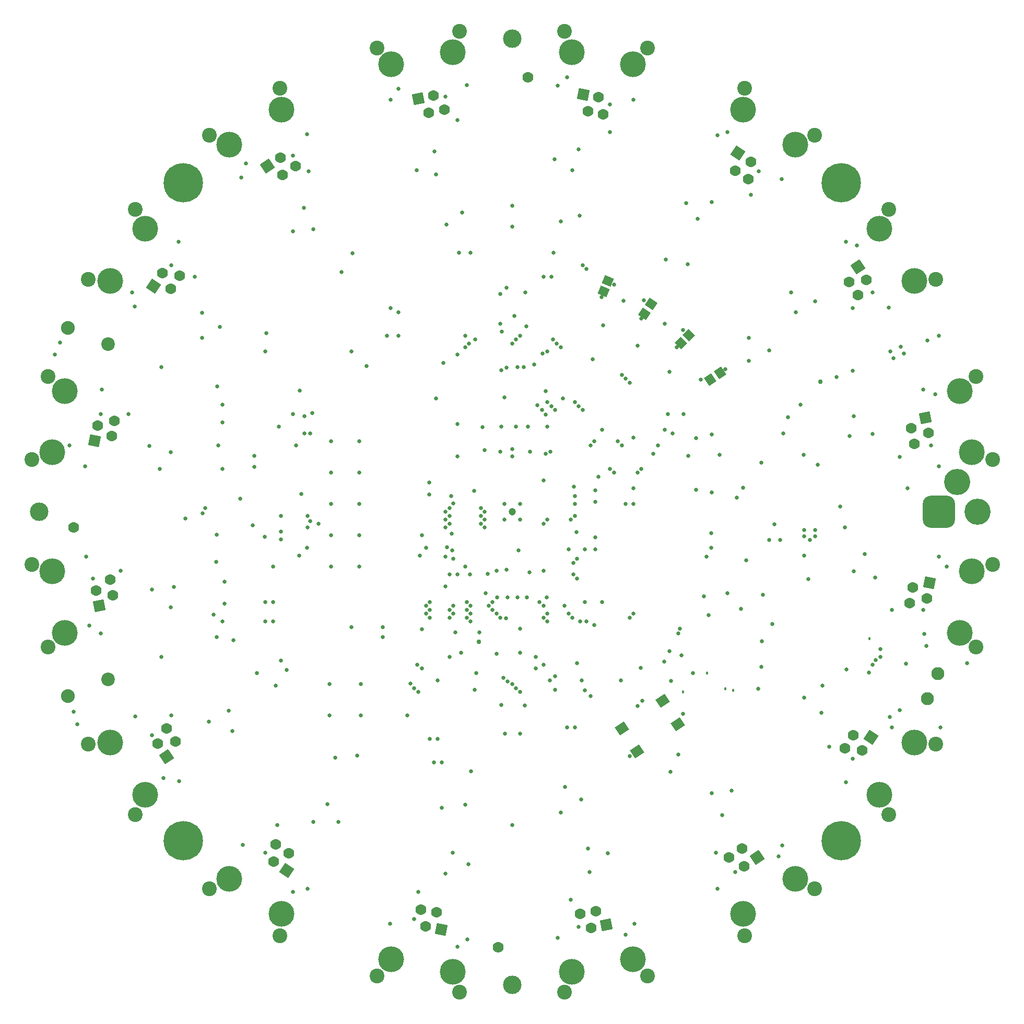
<source format=gbs>
G04 Layer_Color=16711935*
%FSLAX25Y25*%
%MOIN*%
G70*
G01*
G75*
%ADD131C,0.02500*%
%ADD132C,0.03000*%
%ADD133C,0.07000*%
%ADD134C,0.04724*%
G04:AMPARAMS|DCode=153|XSize=61.15mil|YSize=55.24mil|CornerRadius=0mil|HoleSize=0mil|Usage=FLASHONLY|Rotation=146.250|XOffset=0mil|YOffset=0mil|HoleType=Round|Shape=Rectangle|*
%AMROTATEDRECTD153*
4,1,4,0.04077,0.00598,0.01008,-0.03995,-0.04077,-0.00598,-0.01008,0.03995,0.04077,0.00598,0.0*
%
%ADD153ROTATEDRECTD153*%

G04:AMPARAMS|DCode=191|XSize=61.15mil|YSize=55.24mil|CornerRadius=0mil|HoleSize=0mil|Usage=FLASHONLY|Rotation=123.750|XOffset=0mil|YOffset=0mil|HoleType=Round|Shape=Rectangle|*
%AMROTATEDRECTD191*
4,1,4,0.03995,-0.01008,-0.00598,-0.04077,-0.03995,0.01008,0.00598,0.04077,0.03995,-0.01008,0.0*
%
%ADD191ROTATEDRECTD191*%

G04:AMPARAMS|DCode=197|XSize=61.15mil|YSize=55.24mil|CornerRadius=0mil|HoleSize=0mil|Usage=FLASHONLY|Rotation=135.000|XOffset=0mil|YOffset=0mil|HoleType=Round|Shape=Rectangle|*
%AMROTATEDRECTD197*
4,1,4,0.04115,-0.00209,0.00209,-0.04115,-0.04115,0.00209,-0.00209,0.04115,0.04115,-0.00209,0.0*
%
%ADD197ROTATEDRECTD197*%

G04:AMPARAMS|DCode=198|XSize=61.15mil|YSize=55.24mil|CornerRadius=0mil|HoleSize=0mil|Usage=FLASHONLY|Rotation=157.500|XOffset=0mil|YOffset=0mil|HoleType=Round|Shape=Rectangle|*
%AMROTATEDRECTD198*
4,1,4,0.03882,0.01382,0.01768,-0.03722,-0.03882,-0.01382,-0.01768,0.03722,0.03882,0.01382,0.0*
%
%ADD198ROTATEDRECTD198*%

G04:AMPARAMS|DCode=201|XSize=118.11mil|YSize=118.11mil|CornerRadius=59.06mil|HoleSize=0mil|Usage=FLASHONLY|Rotation=270.000|XOffset=0mil|YOffset=0mil|HoleType=Round|Shape=RoundedRectangle|*
%AMROUNDEDRECTD201*
21,1,0.11811,0.00000,0,0,270.0*
21,1,0.00000,0.11811,0,0,270.0*
1,1,0.11811,0.00000,0.00000*
1,1,0.11811,0.00000,0.00000*
1,1,0.11811,0.00000,0.00000*
1,1,0.11811,0.00000,0.00000*
%
%ADD201ROUNDEDRECTD201*%
G04:AMPARAMS|DCode=211|XSize=60.63mil|YSize=70.47mil|CornerRadius=0mil|HoleSize=0mil|Usage=FLASHONLY|Rotation=123.750|XOffset=0mil|YOffset=0mil|HoleType=Round|Shape=Rectangle|*
%AMROTATEDRECTD211*
4,1,4,0.04614,-0.00563,-0.01246,-0.04478,-0.04614,0.00563,0.01246,0.04478,0.04614,-0.00563,0.0*
%
%ADD211ROTATEDRECTD211*%

%ADD231C,0.08300*%
%ADD232C,0.09445*%
%ADD233P,0.09822X4X146.3*%
%ADD234C,0.06945*%
%ADD235C,0.16445*%
%ADD236P,0.09822X4X168.8*%
%ADD237P,0.09822X4X191.3*%
%ADD238P,0.09822X4X213.8*%
%ADD239P,0.09822X4X236.3*%
%ADD240P,0.09822X4X258.8*%
%ADD241P,0.09822X4X281.3*%
%ADD242P,0.09822X4X303.8*%
%ADD243C,0.16693*%
G04:AMPARAMS|DCode=244|XSize=206.3mil|YSize=206.3mil|CornerRadius=53.94mil|HoleSize=0mil|Usage=FLASHONLY|Rotation=90.000|XOffset=0mil|YOffset=0mil|HoleType=Round|Shape=RoundedRectangle|*
%AMROUNDEDRECTD244*
21,1,0.20630,0.09843,0,0,90.0*
21,1,0.09843,0.20630,0,0,90.0*
1,1,0.10787,0.04921,0.04921*
1,1,0.10787,0.04921,-0.04921*
1,1,0.10787,-0.04921,-0.04921*
1,1,0.10787,-0.04921,0.04921*
%
%ADD244ROUNDEDRECTD244*%
G04:AMPARAMS|DCode=245|XSize=251.57mil|YSize=251.57mil|CornerRadius=125.79mil|HoleSize=0mil|Usage=FLASHONLY|Rotation=78.750|XOffset=0mil|YOffset=0mil|HoleType=Round|Shape=RoundedRectangle|*
%AMROUNDEDRECTD245*
21,1,0.25157,0.00000,0,0,78.8*
21,1,0.00000,0.25157,0,0,78.8*
1,1,0.25157,0.00000,0.00000*
1,1,0.25157,0.00000,0.00000*
1,1,0.25157,0.00000,0.00000*
1,1,0.25157,0.00000,0.00000*
%
%ADD245ROUNDEDRECTD245*%
G04:AMPARAMS|DCode=246|XSize=251.57mil|YSize=251.57mil|CornerRadius=125.79mil|HoleSize=0mil|Usage=FLASHONLY|Rotation=11.250|XOffset=0mil|YOffset=0mil|HoleType=Round|Shape=RoundedRectangle|*
%AMROUNDEDRECTD246*
21,1,0.25157,0.00000,0,0,11.3*
21,1,0.00000,0.25157,0,0,11.3*
1,1,0.25157,0.00000,0.00000*
1,1,0.25157,0.00000,0.00000*
1,1,0.25157,0.00000,0.00000*
1,1,0.25157,0.00000,0.00000*
%
%ADD246ROUNDEDRECTD246*%
G04:AMPARAMS|DCode=247|XSize=86.58mil|YSize=86.58mil|CornerRadius=43.29mil|HoleSize=0mil|Usage=FLASHONLY|Rotation=22.500|XOffset=0mil|YOffset=0mil|HoleType=Round|Shape=RoundedRectangle|*
%AMROUNDEDRECTD247*
21,1,0.08658,0.00000,0,0,22.5*
21,1,0.00000,0.08658,0,0,22.5*
1,1,0.08658,0.00000,0.00000*
1,1,0.08658,0.00000,0.00000*
1,1,0.08658,0.00000,0.00000*
1,1,0.08658,0.00000,0.00000*
%
%ADD247ROUNDEDRECTD247*%
G04:AMPARAMS|DCode=248|XSize=88.19mil|YSize=88.19mil|CornerRadius=44.09mil|HoleSize=0mil|Usage=FLASHONLY|Rotation=22.500|XOffset=0mil|YOffset=0mil|HoleType=Round|Shape=RoundedRectangle|*
%AMROUNDEDRECTD248*
21,1,0.08819,0.00000,0,0,22.5*
21,1,0.00000,0.08819,0,0,22.5*
1,1,0.08819,0.00000,0.00000*
1,1,0.08819,0.00000,0.00000*
1,1,0.08819,0.00000,0.00000*
1,1,0.08819,0.00000,0.00000*
%
%ADD248ROUNDEDRECTD248*%
G04:AMPARAMS|DCode=249|XSize=86.58mil|YSize=86.58mil|CornerRadius=43.29mil|HoleSize=0mil|Usage=FLASHONLY|Rotation=337.500|XOffset=0mil|YOffset=0mil|HoleType=Round|Shape=RoundedRectangle|*
%AMROUNDEDRECTD249*
21,1,0.08658,0.00000,0,0,337.5*
21,1,0.00000,0.08658,0,0,337.5*
1,1,0.08658,0.00000,0.00000*
1,1,0.08658,0.00000,0.00000*
1,1,0.08658,0.00000,0.00000*
1,1,0.08658,0.00000,0.00000*
%
%ADD249ROUNDEDRECTD249*%
G04:AMPARAMS|DCode=250|XSize=88.19mil|YSize=88.19mil|CornerRadius=44.09mil|HoleSize=0mil|Usage=FLASHONLY|Rotation=337.500|XOffset=0mil|YOffset=0mil|HoleType=Round|Shape=RoundedRectangle|*
%AMROUNDEDRECTD250*
21,1,0.08819,0.00000,0,0,337.5*
21,1,0.00000,0.08819,0,0,337.5*
1,1,0.08819,0.00000,0.00000*
1,1,0.08819,0.00000,0.00000*
1,1,0.08819,0.00000,0.00000*
1,1,0.08819,0.00000,0.00000*
%
%ADD250ROUNDEDRECTD250*%
%ADD251C,0.01800*%
D131*
X109000Y-129000D02*
D03*
X115500Y-103000D02*
D03*
X27500Y-113500D02*
D03*
X-23000Y-103000D02*
D03*
X-38500Y-14000D02*
D03*
X-38250Y-24750D02*
D03*
X33500Y-60000D02*
D03*
X38500Y-67500D02*
D03*
X36000Y-65000D02*
D03*
X22000Y-54500D02*
D03*
X-3500Y-37000D02*
D03*
X-15500Y-39500D02*
D03*
X173000Y50000D02*
D03*
X57000Y137000D02*
D03*
X65000Y145000D02*
D03*
X82361Y123361D02*
D03*
X84000Y135000D02*
D03*
X105000Y105000D02*
D03*
X109000Y116000D02*
D03*
X136000Y91000D02*
D03*
X80000Y-124000D02*
D03*
X69500Y-107500D02*
D03*
X82000Y-99500D02*
D03*
X83000Y-120500D02*
D03*
X-42500Y-47500D02*
D03*
X-40000Y-40000D02*
D03*
X-67000Y-130000D02*
D03*
X52250Y-72250D02*
D03*
X-96500Y-130000D02*
D03*
X-116500D02*
D03*
X-96500Y-110000D02*
D03*
X-116500D02*
D03*
X-65000Y-109500D02*
D03*
X-60500Y-97500D02*
D03*
X-52500Y-57500D02*
D03*
Y-67500D02*
D03*
Y-62500D02*
D03*
X-55000Y-65000D02*
D03*
Y-60000D02*
D03*
X-59000Y-28000D02*
D03*
X-55000Y-23000D02*
D03*
X-41500Y-22500D02*
D03*
X-62500Y-112500D02*
D03*
X-57500Y-100000D02*
D03*
X-60000Y-115000D02*
D03*
X-47500Y-107500D02*
D03*
X-32500Y-90000D02*
D03*
X-40000Y-92500D02*
D03*
X57500Y-57500D02*
D03*
X272500Y112500D02*
D03*
X-4000Y-68000D02*
D03*
X-7500Y139000D02*
D03*
X-3500Y143000D02*
D03*
X232000Y-94500D02*
D03*
X5000Y-74500D02*
D03*
X43500Y-70000D02*
D03*
X46500Y-57500D02*
D03*
X-26500Y-60000D02*
D03*
Y-65000D02*
D03*
Y-70000D02*
D03*
X-29000Y-67500D02*
D03*
Y-62500D02*
D03*
Y-57500D02*
D03*
X-37500Y5500D02*
D03*
Y-30000D02*
D03*
X-42500Y-28500D02*
D03*
X-3500Y92000D02*
D03*
X26000Y110000D02*
D03*
X28500Y107500D02*
D03*
X31000Y105000D02*
D03*
X-3083Y-108417D02*
D03*
X0Y-110000D02*
D03*
X-5500Y-106000D02*
D03*
X-23500Y110000D02*
D03*
X-6500Y115000D02*
D03*
X-208602Y-4398D02*
D03*
X-188543Y-14457D02*
D03*
X-30000Y112500D02*
D03*
X0Y35500D02*
D03*
X-7500Y38500D02*
D03*
X11500D02*
D03*
X-35000Y35500D02*
D03*
X-10000Y-37500D02*
D03*
X11000Y-38500D02*
D03*
X36000Y-24000D02*
D03*
X3937Y-24563D02*
D03*
X46500Y-24000D02*
D03*
X77500Y-65000D02*
D03*
X-157500Y-70000D02*
D03*
Y-57500D02*
D03*
X-183500Y-58500D02*
D03*
X-190500Y-65500D02*
D03*
X41500Y-42500D02*
D03*
X39000Y-40000D02*
D03*
X41500Y-30000D02*
D03*
X39000Y-32500D02*
D03*
X122500Y-54000D02*
D03*
X127000Y-23000D02*
D03*
Y-13500D02*
D03*
X100500Y-89000D02*
D03*
X108000Y-91500D02*
D03*
X149500Y-31000D02*
D03*
X209500Y3500D02*
D03*
X-40000Y-67500D02*
D03*
Y-62500D02*
D03*
X-37500Y-60000D02*
D03*
Y-65000D02*
D03*
X22500Y-70000D02*
D03*
X47500D02*
D03*
X20000Y-67500D02*
D03*
X22500Y-65000D02*
D03*
X17500Y-57500D02*
D03*
X20000Y-60000D02*
D03*
X72500Y5000D02*
D03*
X77500D02*
D03*
Y15000D02*
D03*
X80000Y25000D02*
D03*
X82500Y27500D02*
D03*
X93000Y42500D02*
D03*
X-47500Y-145000D02*
D03*
X-52500D02*
D03*
X-50000Y-160000D02*
D03*
X-45000D02*
D03*
X22500Y102500D02*
D03*
X14000Y94000D02*
D03*
X0Y40000D02*
D03*
X41000Y-13000D02*
D03*
X20000Y-37500D02*
D03*
X-245000Y62500D02*
D03*
X-262500D02*
D03*
X-202500Y150000D02*
D03*
X-217500Y157500D02*
D03*
X-130000Y217500D02*
D03*
X-140000Y227500D02*
D03*
X-35000Y250000D02*
D03*
X-42500Y265000D02*
D03*
X62500Y242500D02*
D03*
Y260000D02*
D03*
X152500Y202500D02*
D03*
X157500Y217500D02*
D03*
X217500Y130000D02*
D03*
X230000Y140000D02*
D03*
X247500Y35000D02*
D03*
X267500Y42500D02*
D03*
X-140000Y62500D02*
D03*
X-132500Y50000D02*
D03*
X-152500Y-70000D02*
D03*
Y-57500D02*
D03*
X-60000Y-242500D02*
D03*
X-62500Y-260000D02*
D03*
X-150000Y-200000D02*
D03*
X-157500Y-217500D02*
D03*
X-217500Y-130000D02*
D03*
X-230000Y-142500D02*
D03*
X-250000Y-37500D02*
D03*
X-267500Y-42500D02*
D03*
X42500Y-265000D02*
D03*
X130000Y-217500D02*
D03*
X142500Y-230000D02*
D03*
X202500Y-150000D02*
D03*
X217500Y-157500D02*
D03*
X235000Y-87500D02*
D03*
Y-92500D02*
D03*
X227600Y-102500D02*
D03*
X230000Y-97500D02*
D03*
X242500Y-62500D02*
D03*
X262500D02*
D03*
X37500Y-247500D02*
D03*
X-27500Y107500D02*
D03*
X5000Y112500D02*
D03*
X2500Y110000D02*
D03*
X0Y107500D02*
D03*
X-7500Y120000D02*
D03*
X-30000Y105000D02*
D03*
X2500Y-112500D02*
D03*
X5000Y-115000D02*
D03*
X15000Y-92500D02*
D03*
Y-100000D02*
D03*
X20000Y-97500D02*
D03*
X67500Y45000D02*
D03*
X70000Y42500D02*
D03*
X77500Y47500D02*
D03*
X20000Y20000D02*
D03*
X-5000Y-5000D02*
D03*
X5000D02*
D03*
Y5000D02*
D03*
X-5000D02*
D03*
X57500Y52500D02*
D03*
X50000Y42500D02*
D03*
X55000Y22500D02*
D03*
X52500Y45000D02*
D03*
X27500Y-105000D02*
D03*
X75000Y-67500D02*
D03*
X-12500Y-57500D02*
D03*
X-14976Y-60000D02*
D03*
X-136000Y-28000D02*
D03*
X-131000Y-23000D02*
D03*
X-129000Y-6000D02*
D03*
X-123500Y-7500D02*
D03*
X-42500Y0D02*
D03*
X-40000Y2500D02*
D03*
X-20000D02*
D03*
X-17500Y0D02*
D03*
X-12500Y-62500D02*
D03*
X-10000Y-65000D02*
D03*
X-7500Y-67500D02*
D03*
X-147500Y-12500D02*
D03*
Y-17500D02*
D03*
X-40000Y-2500D02*
D03*
X-42500Y-5000D02*
D03*
X-20000Y-2500D02*
D03*
X-17500Y-5000D02*
D03*
X-35000Y-40000D02*
D03*
X-20000Y-7500D02*
D03*
X-17500Y-10000D02*
D03*
X-40000Y-7500D02*
D03*
X-42500Y-10000D02*
D03*
X-30000Y-35000D02*
D03*
X20000Y-7500D02*
D03*
X22500Y-5000D02*
D03*
X37500D02*
D03*
X40000Y-2500D02*
D03*
X-72500Y112500D02*
D03*
X-80000D02*
D03*
X-72500Y127500D02*
D03*
X-77500Y130000D02*
D03*
X45000Y157500D02*
D03*
X47500Y155000D02*
D03*
X20000Y150000D02*
D03*
X25000D02*
D03*
X50000Y-117500D02*
D03*
X46464Y-113964D02*
D03*
X35000Y-137500D02*
D03*
X40000D02*
D03*
X-17500Y39500D02*
D03*
X-39000Y10000D02*
D03*
X-27000Y-40000D02*
D03*
X32500Y72500D02*
D03*
X-197500Y-984D02*
D03*
X-147500Y-2500D02*
D03*
X-82500Y-80000D02*
D03*
X-57500Y-75000D02*
D03*
X-36250Y-76949D02*
D03*
X-10000Y-90551D02*
D03*
X5000Y-90000D02*
D03*
X112500Y35571D02*
D03*
X97500Y120000D02*
D03*
X71069Y134822D02*
D03*
X160000Y-53073D02*
D03*
X-17000Y-52000D02*
D03*
X-9500Y-54500D02*
D03*
X-3000D02*
D03*
X3500D02*
D03*
X9500D02*
D03*
X-21000Y-77000D02*
D03*
X24000Y-107500D02*
D03*
X44500D02*
D03*
X41500Y-96500D02*
D03*
X-24000Y-113500D02*
D03*
X-6890Y-123110D02*
D03*
X-4500Y-141500D02*
D03*
X5000D02*
D03*
X8000Y-123500D02*
D03*
X-26250Y-165551D02*
D03*
X0Y-200000D02*
D03*
X-30000Y-187000D02*
D03*
X-38000Y-217500D02*
D03*
X-42529Y-230959D02*
D03*
X-78000Y-263000D02*
D03*
X-28500Y-273000D02*
D03*
X33750Y-175551D02*
D03*
X44000Y-183500D02*
D03*
X48500Y-215000D02*
D03*
X49478Y-230077D02*
D03*
X29000Y-272000D02*
D03*
X78000Y-263000D02*
D03*
X131000Y-240500D02*
D03*
X172500Y-213000D02*
D03*
X134000Y-193749D02*
D03*
X127500Y-179500D02*
D03*
X106000Y-155000D02*
D03*
X159000Y-99000D02*
D03*
X186500Y-28000D02*
D03*
X186000Y36500D02*
D03*
X151000Y111000D02*
D03*
X98000Y161000D02*
D03*
X31000Y185500D02*
D03*
X-42000Y183500D02*
D03*
X-109000Y153000D02*
D03*
X-157500Y102500D02*
D03*
X-185000Y27500D02*
D03*
X-183500Y-44500D02*
D03*
X-151000Y-111000D02*
D03*
X-99000Y-155500D02*
D03*
X-118000Y-186500D02*
D03*
X-181000Y-127000D02*
D03*
X-216000Y-48000D02*
D03*
X-218000Y38000D02*
D03*
X-186500Y118000D02*
D03*
X-127000Y180500D02*
D03*
X-48500Y215500D02*
D03*
X38500Y218000D02*
D03*
X118500Y187000D02*
D03*
X181000Y127500D02*
D03*
X215500Y48500D02*
D03*
X218000Y-38000D02*
D03*
X186500Y-118500D02*
D03*
X197500Y-128386D02*
D03*
X231564Y-42000D02*
D03*
X230000Y49865D02*
D03*
X193500Y134373D02*
D03*
X127500Y197592D02*
D03*
X42500Y231465D02*
D03*
X-49500Y230073D02*
D03*
X-133000Y194083D02*
D03*
X-197926Y127000D02*
D03*
X-231500Y42000D02*
D03*
X-230073Y-49500D02*
D03*
X-193749Y-134000D02*
D03*
X-127000Y-197926D02*
D03*
X-172000Y-212500D02*
D03*
X-130500Y-240500D02*
D03*
X-240500Y-130500D02*
D03*
X-212500Y-172000D02*
D03*
X-272000Y-28500D02*
D03*
X-262500Y-77500D02*
D03*
X-272500Y29000D02*
D03*
X-262000Y78000D02*
D03*
X-213000Y172500D02*
D03*
X-241000Y131000D02*
D03*
X-173000Y213500D02*
D03*
X-131000Y241000D02*
D03*
X-77500Y263000D02*
D03*
X-29000Y272500D02*
D03*
X29000Y272000D02*
D03*
X77500Y263000D02*
D03*
X131000Y240500D02*
D03*
X172000Y212500D02*
D03*
X240500Y130500D02*
D03*
X213000Y172500D02*
D03*
X272500Y29000D02*
D03*
X262500Y78000D02*
D03*
X263000Y-78000D02*
D03*
X272500Y-28500D02*
D03*
X264500Y-85500D02*
D03*
X290500Y-96500D02*
D03*
X247500Y-126500D02*
D03*
X273500Y-137500D02*
D03*
X213000Y-172500D02*
D03*
X241000Y-131000D02*
D03*
X-224000Y-92624D02*
D03*
X-188500Y-80000D02*
D03*
X-185000Y-70000D02*
D03*
X-147500Y-95000D02*
D03*
X-102500Y-73760D02*
D03*
X-82500D02*
D03*
X-97500Y-35000D02*
D03*
X-115500D02*
D03*
Y-15000D02*
D03*
X-97500D02*
D03*
Y5000D02*
D03*
X-115500D02*
D03*
X-97500Y25000D02*
D03*
X-115500D02*
D03*
Y45000D02*
D03*
X-97500D02*
D03*
X-152500Y-35000D02*
D03*
X-127500Y63000D02*
D03*
X-129000Y50000D02*
D03*
X-164500Y35861D02*
D03*
X-138000Y42500D02*
D03*
X-132500Y61000D02*
D03*
X-224000Y92500D02*
D03*
X-188431Y80082D02*
D03*
X-292000Y100500D02*
D03*
X-288500Y108000D02*
D03*
X-26500Y165500D02*
D03*
X-34000D02*
D03*
X0Y195500D02*
D03*
Y182000D02*
D03*
X26500Y165500D02*
D03*
X-93000Y93000D02*
D03*
X-102500Y102500D02*
D03*
X-44000Y95000D02*
D03*
X-48760Y72500D02*
D03*
X-35000Y56000D02*
D03*
X-19000Y54000D02*
D03*
X2500Y54500D02*
D03*
X10000D02*
D03*
X22500D02*
D03*
X-7000D02*
D03*
X53051Y13750D02*
D03*
Y6250D02*
D03*
Y-16250D02*
D03*
X53000Y-24000D02*
D03*
X120500Y84500D02*
D03*
X100500Y89500D02*
D03*
X80000Y106000D02*
D03*
X58000Y119000D02*
D03*
X1500Y125000D02*
D03*
X8500Y140000D02*
D03*
X9000Y118500D02*
D03*
X19500Y101000D02*
D03*
X7500Y92500D02*
D03*
X3500D02*
D03*
X-7000Y90500D02*
D03*
X-165610Y-8610D02*
D03*
X-158043Y-16043D02*
D03*
X-196000Y2500D02*
D03*
X-130500Y-2500D02*
D03*
Y-10000D02*
D03*
X-134500Y11500D02*
D03*
X-280000Y-127500D02*
D03*
X-277500Y-135500D02*
D03*
X75000Y-156000D02*
D03*
X97000Y-95500D02*
D03*
X101500Y-108000D02*
D03*
X106000Y-77500D02*
D03*
X107000Y-74500D02*
D03*
X125500Y-66000D02*
D03*
X146000Y-62000D02*
D03*
X159555Y-82537D02*
D03*
X166000Y-71500D02*
D03*
X137500Y-52000D02*
D03*
X124000Y-28671D02*
D03*
X251500Y-97000D02*
D03*
X213500Y-100500D02*
D03*
X212500Y-10000D02*
D03*
X186500Y-11500D02*
D03*
X193500D02*
D03*
Y-15500D02*
D03*
X186500D02*
D03*
X190000Y-18000D02*
D03*
X164000D02*
D03*
X171000D02*
D03*
X167500Y-8000D02*
D03*
X143500Y9000D02*
D03*
X117500Y14000D02*
D03*
X147500Y15500D02*
D03*
X159000Y31500D02*
D03*
X132500Y36260D02*
D03*
X117500Y47000D02*
D03*
X102500Y50000D02*
D03*
X99500Y62500D02*
D03*
X109500D02*
D03*
X90000Y37000D02*
D03*
X-5000Y73000D02*
D03*
X21250Y76949D02*
D03*
X-57500Y-15000D02*
D03*
X-53000Y11000D02*
D03*
X-53051Y18750D02*
D03*
X-24300Y13398D02*
D03*
X252500Y15000D02*
D03*
X250000Y101000D02*
D03*
X248000Y105500D02*
D03*
X241500Y102500D02*
D03*
X243500Y98000D02*
D03*
X207000Y86000D02*
D03*
X217500Y90000D02*
D03*
X265000Y109500D02*
D03*
X-282500Y42500D02*
D03*
X-270000Y-72500D02*
D03*
X-222500Y-170000D02*
D03*
X-140000Y-242500D02*
D03*
X-35000Y-277500D02*
D03*
X72500Y-270000D02*
D03*
X170000Y-220000D02*
D03*
X242500Y-137500D02*
D03*
X277500Y-35000D02*
D03*
X270000Y75000D02*
D03*
X220000Y170000D02*
D03*
X137500Y242500D02*
D03*
X35000Y277500D02*
D03*
X-72500Y270000D02*
D03*
X-170000Y222500D02*
D03*
X-242500Y140000D02*
D03*
X-225000Y27500D02*
D03*
X-187500Y42500D02*
D03*
X-198000Y111000D02*
D03*
X-157000Y114000D02*
D03*
X-140000Y179000D02*
D03*
X-102000Y165000D02*
D03*
X-61000Y218000D02*
D03*
X-32000Y191000D02*
D03*
X27000Y225000D02*
D03*
X43000Y189000D02*
D03*
X111000Y197000D02*
D03*
X112000Y158000D02*
D03*
X178000Y140000D02*
D03*
X164000Y103000D02*
D03*
X218166Y61000D02*
D03*
X195000Y30000D02*
D03*
X225000Y-27000D02*
D03*
X189000Y-43000D02*
D03*
X198000Y-111000D02*
D03*
X157000Y-113000D02*
D03*
X61000Y-218000D02*
D03*
X140000Y-178000D02*
D03*
X101000Y-166000D02*
D03*
X31000Y-192000D02*
D03*
X-28106Y-225106D02*
D03*
X-111000Y-198000D02*
D03*
X-113000Y-157000D02*
D03*
X-45000Y-189000D02*
D03*
X-178698Y-140000D02*
D03*
X-218000Y-61000D02*
D03*
X-163000Y-103000D02*
D03*
X-189000Y-32000D02*
D03*
X-144000Y-101000D02*
D03*
X-178000Y-82000D02*
D03*
X16000Y68000D02*
D03*
X19000Y65000D02*
D03*
X24500Y38500D02*
D03*
X21500Y37000D02*
D03*
Y62000D02*
D03*
X22500Y70000D02*
D03*
X25000Y67500D02*
D03*
X27500Y65000D02*
D03*
X40000Y70000D02*
D03*
X42500Y67500D02*
D03*
X45000Y65000D02*
D03*
X97500Y52500D02*
D03*
X75000Y82500D02*
D03*
X72500Y85000D02*
D03*
X70000Y87500D02*
D03*
X151000Y96500D02*
D03*
X-173500Y8500D02*
D03*
X-164500Y28760D02*
D03*
X-149000Y54500D02*
D03*
X-135500Y77500D02*
D03*
X-185000Y68500D02*
D03*
Y57000D02*
D03*
X184000Y68500D02*
D03*
X176000Y60500D02*
D03*
X-35000Y100500D02*
D03*
X51500Y97500D02*
D03*
X127500Y49500D02*
D03*
Y12500D02*
D03*
X65000Y25000D02*
D03*
X62500Y27500D02*
D03*
X39500Y16000D02*
D03*
X40000Y10000D02*
D03*
Y5000D02*
D03*
D132*
X196568Y83000D02*
D03*
X-21250Y-83051D02*
D03*
D133*
X-9000Y-278000D02*
D03*
X10000Y277500D02*
D03*
X-280000Y-10000D02*
D03*
D134*
X0Y0D02*
D03*
D153*
X84534Y126514D02*
D03*
X88690Y132734D02*
D03*
D191*
X126514Y84534D02*
D03*
X132734Y88690D02*
D03*
D197*
X107591Y107591D02*
D03*
X112881Y112881D02*
D03*
D198*
X58228Y140575D02*
D03*
X61091Y147486D02*
D03*
D201*
X0Y302000D02*
D03*
X-302000Y0D02*
D03*
X0Y-302000D02*
D03*
D211*
X69902Y-138136D02*
D03*
X95927Y-120747D02*
D03*
X79745Y-152867D02*
D03*
X105770Y-135478D02*
D03*
D231*
X271603Y-103127D02*
D03*
X264974Y-119131D02*
D03*
D232*
X-306648Y-33459D02*
D03*
X-296110Y-86437D02*
D03*
X-270502Y-148261D02*
D03*
X-240492Y-193174D02*
D03*
X-193174Y-240492D02*
D03*
X-148261Y-270502D02*
D03*
X-86437Y-296110D02*
D03*
X-33459Y-306648D02*
D03*
X33459Y-306648D02*
D03*
X86437Y-296110D02*
D03*
X148261Y-270502D02*
D03*
X193174Y-240492D02*
D03*
X240492Y-193174D02*
D03*
X270502Y-148261D02*
D03*
X296110Y-86437D02*
D03*
X306648Y-33459D02*
D03*
X193174Y240492D02*
D03*
X148261Y270502D02*
D03*
X270502Y148261D02*
D03*
X240492Y193174D02*
D03*
X306648Y33459D02*
D03*
X296110Y86437D02*
D03*
X-296110Y86437D02*
D03*
X-306648Y33459D02*
D03*
X-240492Y193174D02*
D03*
X-270502Y148261D02*
D03*
X-148262Y270502D02*
D03*
X-193175Y240492D02*
D03*
X-33459Y306648D02*
D03*
X-86437Y296110D02*
D03*
X86437Y296110D02*
D03*
X33459Y306648D02*
D03*
D233*
X-263619Y-60084D02*
D03*
X263619Y60084D02*
D03*
D234*
X-254787Y-53229D02*
D03*
X-265570Y-50276D02*
D03*
X-256738Y-43421D02*
D03*
X-215022Y-146680D02*
D03*
X-226115Y-148078D02*
D03*
X-220578Y-138365D02*
D03*
X-142523Y-217800D02*
D03*
X-152236Y-223337D02*
D03*
X-150837Y-212245D02*
D03*
X-48325Y-255762D02*
D03*
X-55180Y-264595D02*
D03*
X-58133Y-253811D02*
D03*
X53229Y-254787D02*
D03*
X50276Y-265570D02*
D03*
X43421Y-256738D02*
D03*
X146680Y-215022D02*
D03*
X148078Y-226115D02*
D03*
X138365Y-220578D02*
D03*
X217800Y-142523D02*
D03*
X223337Y-152236D02*
D03*
X212245Y-150837D02*
D03*
X255762Y-48325D02*
D03*
X264595Y-55180D02*
D03*
X253811Y-58133D02*
D03*
X142523Y217800D02*
D03*
X152236Y223337D02*
D03*
X150837Y212245D02*
D03*
X215022Y146680D02*
D03*
X226115Y148078D02*
D03*
X220578Y138365D02*
D03*
X254787Y53229D02*
D03*
X265570Y50276D02*
D03*
X256738Y43421D02*
D03*
X-255762Y48325D02*
D03*
X-264595Y55180D02*
D03*
X-253811Y58133D02*
D03*
X-217800Y142523D02*
D03*
X-223337Y152236D02*
D03*
X-212245Y150837D02*
D03*
X-146681Y215022D02*
D03*
X-148079Y226115D02*
D03*
X-138366Y220578D02*
D03*
X-53229Y254787D02*
D03*
X-50276Y265570D02*
D03*
X-43421Y256738D02*
D03*
X48325Y255762D02*
D03*
X55180Y264595D02*
D03*
X58133Y253811D02*
D03*
D235*
X-293504Y-37990D02*
D03*
X-285700Y-77221D02*
D03*
X-256624Y-147417D02*
D03*
X-234401Y-180676D02*
D03*
X-180676Y-234401D02*
D03*
X-147417Y-256624D02*
D03*
X-77221Y-285700D02*
D03*
X-37990Y-293504D02*
D03*
X37990D02*
D03*
X77221Y-285700D02*
D03*
X147417Y-256624D02*
D03*
X180676Y-234401D02*
D03*
X234401Y-180676D02*
D03*
X256624Y-147417D02*
D03*
X285700Y-77221D02*
D03*
X293504Y-37990D02*
D03*
X180676Y234401D02*
D03*
X147417Y256624D02*
D03*
X256624Y147417D02*
D03*
X234401Y180676D02*
D03*
X293504Y37990D02*
D03*
X285700Y77221D02*
D03*
X-285700Y77221D02*
D03*
X-293504Y37990D02*
D03*
X-234401Y180676D02*
D03*
X-256624Y147417D02*
D03*
X-147418Y256624D02*
D03*
X-180677Y234401D02*
D03*
X-37990Y293504D02*
D03*
X-77221Y285700D02*
D03*
X77221Y285700D02*
D03*
X37990Y293504D02*
D03*
D236*
X-220559Y-156393D02*
D03*
X220559Y156393D02*
D03*
D237*
X-143921Y-228893D02*
D03*
X143921Y228893D02*
D03*
D238*
X-45372Y-266546D02*
D03*
X45372Y266546D02*
D03*
D239*
X60084Y-263619D02*
D03*
X-60084Y263619D02*
D03*
D240*
X156393Y-220559D02*
D03*
X-156394Y220559D02*
D03*
D241*
X228893Y-143921D02*
D03*
X-228893Y143921D02*
D03*
D242*
X266546Y-45372D02*
D03*
X-266546Y45372D02*
D03*
D243*
X284205Y18898D02*
D03*
X297000Y0D02*
D03*
D244*
X272394Y0D02*
D03*
D245*
X210000Y210000D02*
D03*
Y-210000D02*
D03*
X-210000D02*
D03*
D246*
Y210000D02*
D03*
D247*
X-258001Y-107001D02*
D03*
D248*
X-283463Y-117547D02*
D03*
D249*
X-258000Y107000D02*
D03*
D250*
X-283461Y117546D02*
D03*
D251*
X141000Y-114000D02*
D03*
X109000Y-115000D02*
D03*
X136000Y-113000D02*
D03*
X124500Y-103000D02*
D03*
X228000Y-81000D02*
D03*
M02*

</source>
